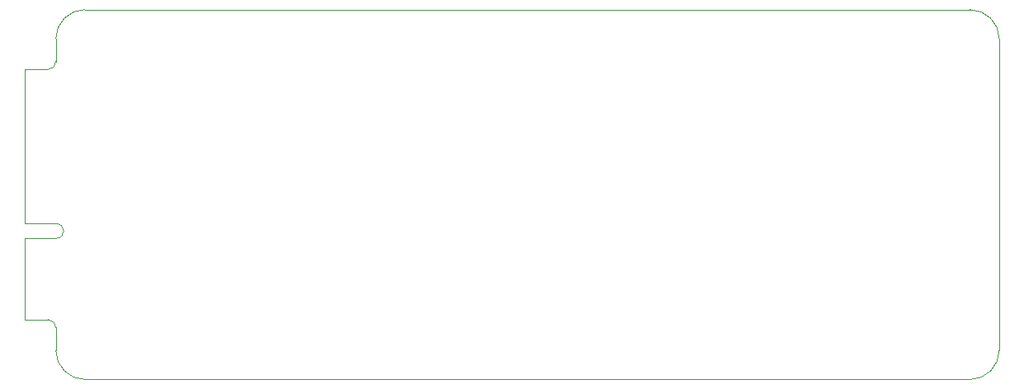
<source format=gbr>
%TF.GenerationSoftware,KiCad,Pcbnew,7.0.7*%
%TF.CreationDate,2023-10-10T16:57:59+13:00*%
%TF.ProjectId,openRiverSense,6f70656e-5269-4766-9572-53656e73652e,rev?*%
%TF.SameCoordinates,Original*%
%TF.FileFunction,Profile,NP*%
%FSLAX46Y46*%
G04 Gerber Fmt 4.6, Leading zero omitted, Abs format (unit mm)*
G04 Created by KiCad (PCBNEW 7.0.7) date 2023-10-10 16:57:59*
%MOMM*%
%LPD*%
G01*
G04 APERTURE LIST*
%TA.AperFunction,Profile*%
%ADD10C,0.050000*%
%TD*%
G04 APERTURE END LIST*
D10*
%TO.C,K1*%
X6200000Y-38000000D02*
X97000000Y-38000000D01*
X3200000Y-32650000D02*
X3200000Y-35000000D01*
X0Y-31850000D02*
X2400000Y-31850000D01*
X0Y-23500000D02*
X0Y-31850000D01*
X0Y-23500000D02*
X3250000Y-23500000D01*
X0Y-22000000D02*
X3250000Y-22000000D01*
X0Y-22000000D02*
X0Y-6150000D01*
X0Y-6150000D02*
X2400000Y-6150000D01*
X3200000Y-5350000D02*
X3200000Y-3000000D01*
X100000000Y-3000000D02*
X100000000Y-35000000D01*
X6200000Y0D02*
X97000000Y0D01*
X3200000Y-35000000D02*
G75*
G03*
X6200000Y-38000000I3000000J0D01*
G01*
X97000000Y-38000000D02*
G75*
G03*
X100000000Y-35000000I0J3000000D01*
G01*
X3200000Y-32650000D02*
G75*
G03*
X2400000Y-31850000I-800000J0D01*
G01*
X3250000Y-23500000D02*
G75*
G03*
X3250000Y-22000000I0J750000D01*
G01*
X2400000Y-6150000D02*
G75*
G03*
X3200000Y-5350000I0J800000D01*
G01*
X6200000Y0D02*
G75*
G03*
X3200000Y-3000000I0J-3000000D01*
G01*
X100000000Y-3000000D02*
G75*
G03*
X97000000Y0I-3000000J0D01*
G01*
%TD*%
M02*

</source>
